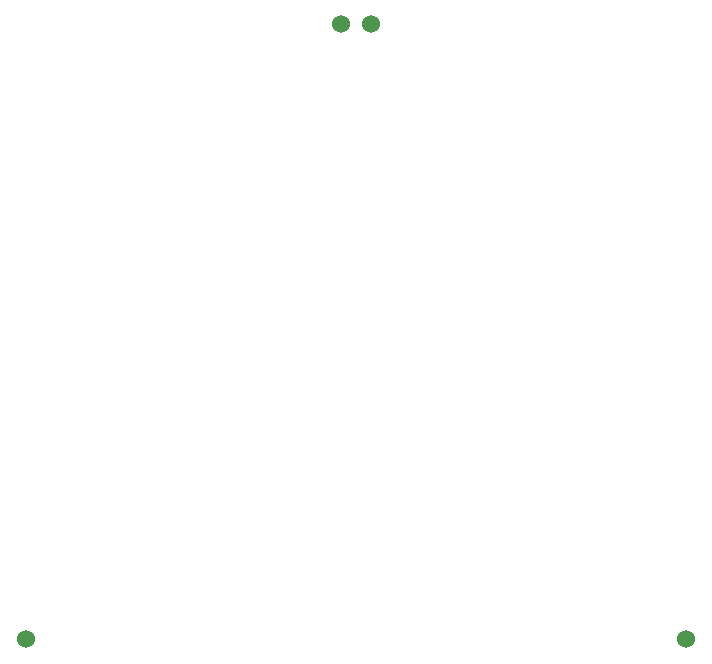
<source format=gbr>
%TF.GenerationSoftware,KiCad,Pcbnew,7.0.10*%
%TF.CreationDate,2024-04-14T19:33:58+02:00*%
%TF.ProjectId,LED_Ring,4c45445f-5269-46e6-972e-6b696361645f,rev?*%
%TF.SameCoordinates,Original*%
%TF.FileFunction,Soldermask,Bot*%
%TF.FilePolarity,Negative*%
%FSLAX46Y46*%
G04 Gerber Fmt 4.6, Leading zero omitted, Abs format (unit mm)*
G04 Created by KiCad (PCBNEW 7.0.10) date 2024-04-14 19:33:58*
%MOMM*%
%LPD*%
G01*
G04 APERTURE LIST*
%ADD10C,1.524000*%
G04 APERTURE END LIST*
D10*
%TO.C,U1*%
X44650000Y-10795000D03*
X47190000Y-10795000D03*
X17980000Y-62865000D03*
X73860000Y-62865000D03*
%TD*%
M02*

</source>
